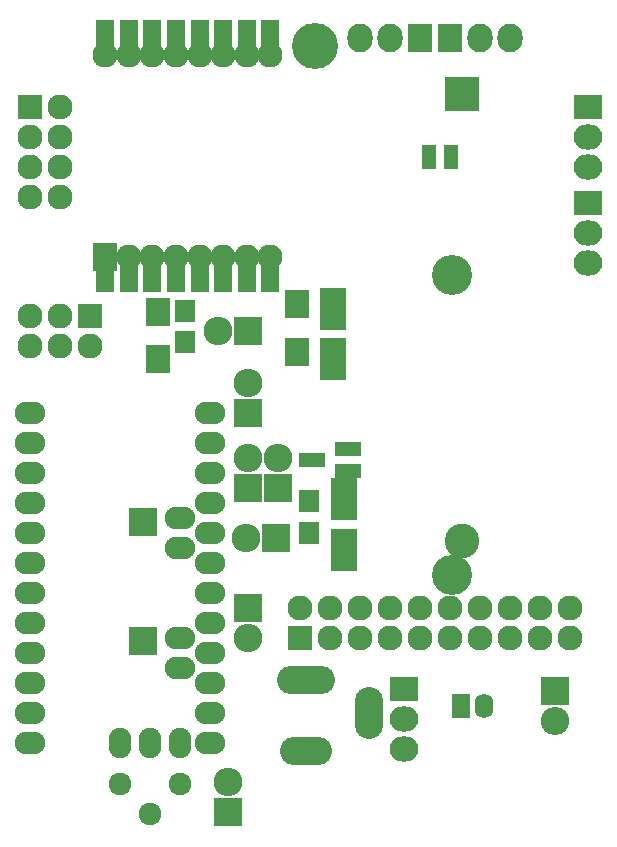
<source format=gbr>
G04 #@! TF.FileFunction,Soldermask,Top*
%FSLAX46Y46*%
G04 Gerber Fmt 4.6, Leading zero omitted, Abs format (unit mm)*
G04 Created by KiCad (PCBNEW 0.201509101502+6177~30~ubuntu14.04.1-product) date Sat 12 Sep 2015 09:47:26 PM CEST*
%MOMM*%
G01*
G04 APERTURE LIST*
%ADD10C,0.100000*%
%ADD11O,2.398980X2.398980*%
%ADD12R,2.398980X2.398980*%
%ADD13O,2.398980X4.400500*%
%ADD14O,4.400500X2.398980*%
%ADD15O,4.900880X2.398980*%
%ADD16O,2.599640X1.901140*%
%ADD17O,1.901140X2.599640*%
%ADD18O,2.127200X2.127200*%
%ADD19R,2.127200X2.127200*%
%ADD20R,2.127200X2.432000*%
%ADD21O,2.127200X2.432000*%
%ADD22C,1.924000*%
%ADD23R,2.200860X1.200100*%
%ADD24R,2.432000X2.432000*%
%ADD25O,2.432000X2.432000*%
%ADD26R,2.432000X2.127200*%
%ADD27O,2.432000X2.127200*%
%ADD28R,2.000000X2.400000*%
%ADD29R,2.200860X3.549600*%
%ADD30C,3.900120*%
%ADD31R,1.700000X1.900000*%
%ADD32R,1.598880X2.099260*%
%ADD33O,1.598880X2.099260*%
%ADD34C,3.400000*%
%ADD35R,1.600000X3.400000*%
%ADD36R,2.127200X2.400000*%
%ADD37C,2.127200*%
%ADD38R,1.149300X0.798780*%
%ADD39R,2.940000X2.940000*%
%ADD40C,2.940000*%
G04 APERTURE END LIST*
D10*
D11*
X46355000Y-59690000D03*
D12*
X46355000Y-57150000D03*
D13*
X30573980Y-58983880D03*
D14*
X25273000Y-62235080D03*
D15*
X25273000Y-56233060D03*
D16*
X14605000Y-52705000D03*
X14605000Y-55245000D03*
X1905000Y-33655000D03*
X1905000Y-36195000D03*
X1905000Y-38735000D03*
X1905000Y-41275000D03*
X1905000Y-43815000D03*
X1905000Y-46355000D03*
X1905000Y-48895000D03*
X1905000Y-51435000D03*
X1905000Y-53975000D03*
X1905000Y-56515000D03*
X1905000Y-59055000D03*
X1905000Y-61595000D03*
X17145000Y-61595000D03*
X17145000Y-59055000D03*
X17145000Y-56515000D03*
X17145000Y-53975000D03*
X17145000Y-51435000D03*
X17145000Y-48895000D03*
X17145000Y-46355000D03*
X17145000Y-43815000D03*
X17145000Y-41275000D03*
X17145000Y-38735000D03*
X17145000Y-36195000D03*
X17145000Y-33655000D03*
X14605000Y-45085000D03*
X14605000Y-42545000D03*
D17*
X14605000Y-61595000D03*
X12065000Y-61595000D03*
X9525000Y-61595000D03*
D18*
X47625000Y-50165000D03*
X47625000Y-52705000D03*
X45085000Y-50165000D03*
X45085000Y-52705000D03*
X42545000Y-50165000D03*
X42545000Y-52705000D03*
X40005000Y-50165000D03*
X40005000Y-52705000D03*
X37465000Y-50165000D03*
X37465000Y-52705000D03*
X34925000Y-50165000D03*
X34925000Y-52705000D03*
D19*
X24765000Y-52705000D03*
D18*
X24765000Y-50165000D03*
X27305000Y-52705000D03*
X27305000Y-50165000D03*
X29845000Y-52705000D03*
X29845000Y-50165000D03*
X32385000Y-52705000D03*
X32385000Y-50165000D03*
D20*
X34925000Y-1905000D03*
D21*
X32385000Y-1905000D03*
X29845000Y-1905000D03*
D22*
X12065000Y-67564000D03*
X9525000Y-65024000D03*
X14605000Y-65024000D03*
D23*
X28806140Y-38542000D03*
X28806140Y-36642000D03*
X25803860Y-37592000D03*
D19*
X6985000Y-25400000D03*
D18*
X6985000Y-27940000D03*
X4445000Y-25400000D03*
X4445000Y-27940000D03*
X1905000Y-25400000D03*
X1905000Y-27940000D03*
D24*
X20320000Y-50165000D03*
D25*
X20320000Y-52705000D03*
D20*
X37465000Y-1905000D03*
D21*
X40005000Y-1905000D03*
X42545000Y-1905000D03*
D24*
X20320000Y-40005000D03*
D25*
X20320000Y-37465000D03*
D24*
X20320000Y-33655000D03*
D25*
X20320000Y-31115000D03*
D24*
X22860000Y-40005000D03*
D25*
X22860000Y-37465000D03*
D24*
X18669000Y-67437000D03*
D25*
X18669000Y-64897000D03*
D24*
X20320000Y-26670000D03*
D25*
X17780000Y-26670000D03*
D26*
X33528000Y-57023000D03*
D27*
X33528000Y-59563000D03*
X33528000Y-62103000D03*
D24*
X22733000Y-44196000D03*
D25*
X20193000Y-44196000D03*
D28*
X12700000Y-29051000D03*
X12700000Y-25051000D03*
X24511000Y-28416000D03*
X24511000Y-24416000D03*
D12*
X11430000Y-52880260D03*
X11430000Y-42877740D03*
D29*
X28448000Y-40927020D03*
X28448000Y-45178980D03*
D30*
X26035000Y-2540000D03*
D31*
X25527000Y-41068000D03*
X25527000Y-43768000D03*
X14986000Y-24939000D03*
X14986000Y-27639000D03*
D29*
X27559000Y-29049980D03*
X27559000Y-24798020D03*
D26*
X49149000Y-15875000D03*
D27*
X49149000Y-18415000D03*
X49149000Y-20955000D03*
D26*
X49149000Y-7747000D03*
D27*
X49149000Y-10287000D03*
X49149000Y-12827000D03*
D32*
X38369240Y-58420000D03*
D33*
X40370760Y-58420000D03*
D34*
X37592000Y-21971000D03*
X37592000Y-47371000D03*
D35*
X8255000Y-21720000D03*
X10255000Y-21720000D03*
X12255000Y-21720000D03*
X14255000Y-21720000D03*
X16255000Y-21720000D03*
X18255000Y-21720000D03*
X20255000Y-21720000D03*
X22255000Y-21720000D03*
X22255000Y-2020000D03*
X20255000Y-2020000D03*
X18255000Y-2020000D03*
X16255000Y-2020000D03*
X14255000Y-2020000D03*
X12255000Y-2020000D03*
X10255000Y-2020000D03*
X8255000Y-2020000D03*
D36*
X8255000Y-20420000D03*
D37*
X10255000Y-20420000D03*
X12255000Y-20420000D03*
X14255000Y-20420000D03*
X16255000Y-20420000D03*
X18255000Y-20420000D03*
X20255000Y-20420000D03*
X22255000Y-20420000D03*
X22255000Y-3320000D03*
X20255000Y-3320000D03*
X18255000Y-3320000D03*
X16255000Y-3320000D03*
X14255000Y-3320000D03*
X12255000Y-3320000D03*
X10255000Y-3320000D03*
X8255000Y-3320000D03*
D18*
X1905000Y-15367000D03*
X4445000Y-15367000D03*
X1905000Y-12827000D03*
X4445000Y-12827000D03*
X1905000Y-10287000D03*
X4445000Y-10287000D03*
D19*
X1905000Y-7747000D03*
D18*
X4445000Y-7747000D03*
D38*
X35676840Y-11303000D03*
X35676840Y-11953240D03*
X35676840Y-12603480D03*
X37576760Y-12603480D03*
X37576760Y-11953240D03*
X37576760Y-11303000D03*
D39*
X38481000Y-6630000D03*
D40*
X38481000Y-44450000D03*
M02*

</source>
